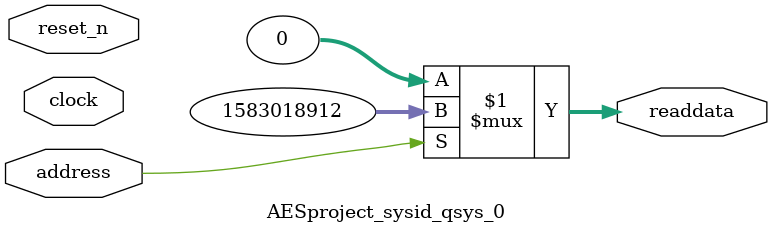
<source format=v>



// synthesis translate_off
`timescale 1ns / 1ps
// synthesis translate_on

// turn off superfluous verilog processor warnings 
// altera message_level Level1 
// altera message_off 10034 10035 10036 10037 10230 10240 10030 

module AESproject_sysid_qsys_0 (
               // inputs:
                address,
                clock,
                reset_n,

               // outputs:
                readdata
             )
;

  output  [ 31: 0] readdata;
  input            address;
  input            clock;
  input            reset_n;

  wire    [ 31: 0] readdata;
  //control_slave, which is an e_avalon_slave
  assign readdata = address ? 1583018912 : 0;

endmodule



</source>
